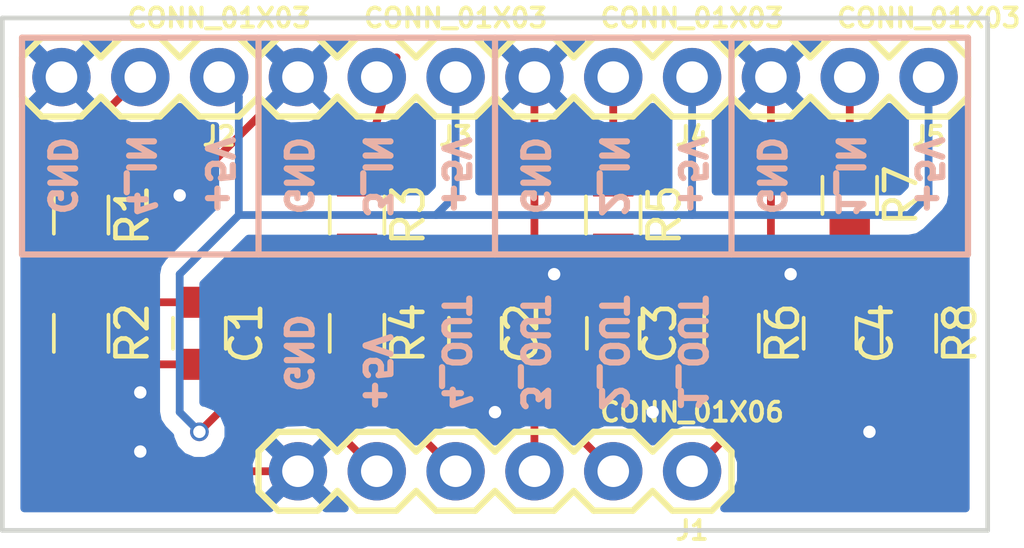
<source format=kicad_pcb>
(kicad_pcb (version 4) (host pcbnew 4.0.6)

  (general
    (links 32)
    (no_connects 0)
    (area 142.69 99.00478 175.8664 116.95618)
    (thickness 1.6)
    (drawings 36)
    (tracks 90)
    (zones 0)
    (modules 17)
    (nets 11)
  )

  (page A4)
  (layers
    (0 F.Cu signal)
    (31 B.Cu signal)
    (32 B.Adhes user)
    (33 F.Adhes user)
    (34 B.Paste user)
    (35 F.Paste user)
    (36 B.SilkS user)
    (37 F.SilkS user)
    (38 B.Mask user)
    (39 F.Mask user)
    (40 Dwgs.User user)
    (41 Cmts.User user)
    (42 Eco1.User user)
    (43 Eco2.User user)
    (44 Edge.Cuts user)
    (45 Margin user)
    (46 B.CrtYd user)
    (47 F.CrtYd user)
    (48 B.Fab user)
    (49 F.Fab user)
  )

  (setup
    (last_trace_width 0.25)
    (trace_clearance 0.2)
    (zone_clearance 0.508)
    (zone_45_only no)
    (trace_min 0.2)
    (segment_width 0.2)
    (edge_width 0.15)
    (via_size 0.6)
    (via_drill 0.4)
    (via_min_size 0.4)
    (via_min_drill 0.3)
    (uvia_size 0.3)
    (uvia_drill 0.1)
    (uvias_allowed no)
    (uvia_min_size 0.2)
    (uvia_min_drill 0.1)
    (pcb_text_width 0.3)
    (pcb_text_size 1.5 1.5)
    (mod_edge_width 0.15)
    (mod_text_size 1 1)
    (mod_text_width 0.15)
    (pad_size 1.524 1.524)
    (pad_drill 0.762)
    (pad_to_mask_clearance 0.2)
    (aux_axis_origin 0 0)
    (visible_elements FFFFFF7F)
    (pcbplotparams
      (layerselection 0x010f0_80000001)
      (usegerberextensions true)
      (excludeedgelayer true)
      (linewidth 0.100000)
      (plotframeref false)
      (viasonmask false)
      (mode 1)
      (useauxorigin false)
      (hpglpennumber 1)
      (hpglpenspeed 20)
      (hpglpendiameter 15)
      (hpglpenoverlay 2)
      (psnegative false)
      (psa4output false)
      (plotreference true)
      (plotvalue true)
      (plotinvisibletext false)
      (padsonsilk false)
      (subtractmaskfromsilk false)
      (outputformat 1)
      (mirror false)
      (drillshape 0)
      (scaleselection 1)
      (outputdirectory ""))
  )

  (net 0 "")
  (net 1 "Net-(C1-Pad1)")
  (net 2 GND)
  (net 3 "Net-(C2-Pad1)")
  (net 4 "Net-(C3-Pad1)")
  (net 5 "Net-(C4-Pad1)")
  (net 6 +5V)
  (net 7 "Net-(J2-Pad2)")
  (net 8 "Net-(J3-Pad2)")
  (net 9 "Net-(J4-Pad2)")
  (net 10 "Net-(J5-Pad2)")

  (net_class Default "This is the default net class."
    (clearance 0.2)
    (trace_width 0.25)
    (via_dia 0.6)
    (via_drill 0.4)
    (uvia_dia 0.3)
    (uvia_drill 0.1)
    (add_net +5V)
    (add_net GND)
    (add_net "Net-(C1-Pad1)")
    (add_net "Net-(C2-Pad1)")
    (add_net "Net-(C3-Pad1)")
    (add_net "Net-(C4-Pad1)")
    (add_net "Net-(J2-Pad2)")
    (add_net "Net-(J3-Pad2)")
    (add_net "Net-(J4-Pad2)")
    (add_net "Net-(J5-Pad2)")
  )

  (module Capacitors_SMD:C_0805 (layer F.Cu) (tedit 58AA8463) (tstamp 5A3A920F)
    (at 149.225 109.855 270)
    (descr "Capacitor SMD 0805, reflow soldering, AVX (see smccp.pdf)")
    (tags "capacitor 0805")
    (path /5A3A85D9)
    (attr smd)
    (fp_text reference C1 (at 0 -1.5 270) (layer F.SilkS)
      (effects (font (size 1 1) (thickness 0.15)))
    )
    (fp_text value C (at 0 1.75 270) (layer F.Fab)
      (effects (font (size 1 1) (thickness 0.15)))
    )
    (fp_text user %R (at 0 -1.5 270) (layer F.Fab)
      (effects (font (size 1 1) (thickness 0.15)))
    )
    (fp_line (start -1 0.62) (end -1 -0.62) (layer F.Fab) (width 0.1))
    (fp_line (start 1 0.62) (end -1 0.62) (layer F.Fab) (width 0.1))
    (fp_line (start 1 -0.62) (end 1 0.62) (layer F.Fab) (width 0.1))
    (fp_line (start -1 -0.62) (end 1 -0.62) (layer F.Fab) (width 0.1))
    (fp_line (start 0.5 -0.85) (end -0.5 -0.85) (layer F.SilkS) (width 0.12))
    (fp_line (start -0.5 0.85) (end 0.5 0.85) (layer F.SilkS) (width 0.12))
    (fp_line (start -1.75 -0.88) (end 1.75 -0.88) (layer F.CrtYd) (width 0.05))
    (fp_line (start -1.75 -0.88) (end -1.75 0.87) (layer F.CrtYd) (width 0.05))
    (fp_line (start 1.75 0.87) (end 1.75 -0.88) (layer F.CrtYd) (width 0.05))
    (fp_line (start 1.75 0.87) (end -1.75 0.87) (layer F.CrtYd) (width 0.05))
    (pad 1 smd rect (at -1 0 270) (size 1 1.25) (layers F.Cu F.Paste F.Mask)
      (net 1 "Net-(C1-Pad1)"))
    (pad 2 smd rect (at 1 0 270) (size 1 1.25) (layers F.Cu F.Paste F.Mask)
      (net 2 GND))
    (model Capacitors_SMD.3dshapes/C_0805.wrl
      (at (xyz 0 0 0))
      (scale (xyz 1 1 1))
      (rotate (xyz 0 0 0))
    )
  )

  (module Capacitors_SMD:C_0805 (layer F.Cu) (tedit 58AA8463) (tstamp 5A3A9215)
    (at 158.115 109.855 270)
    (descr "Capacitor SMD 0805, reflow soldering, AVX (see smccp.pdf)")
    (tags "capacitor 0805")
    (path /5A3A8D6F)
    (attr smd)
    (fp_text reference C2 (at 0 -1.5 270) (layer F.SilkS)
      (effects (font (size 1 1) (thickness 0.15)))
    )
    (fp_text value C (at 0 1.75 270) (layer F.Fab)
      (effects (font (size 1 1) (thickness 0.15)))
    )
    (fp_text user %R (at 0 -1.5 270) (layer F.Fab)
      (effects (font (size 1 1) (thickness 0.15)))
    )
    (fp_line (start -1 0.62) (end -1 -0.62) (layer F.Fab) (width 0.1))
    (fp_line (start 1 0.62) (end -1 0.62) (layer F.Fab) (width 0.1))
    (fp_line (start 1 -0.62) (end 1 0.62) (layer F.Fab) (width 0.1))
    (fp_line (start -1 -0.62) (end 1 -0.62) (layer F.Fab) (width 0.1))
    (fp_line (start 0.5 -0.85) (end -0.5 -0.85) (layer F.SilkS) (width 0.12))
    (fp_line (start -0.5 0.85) (end 0.5 0.85) (layer F.SilkS) (width 0.12))
    (fp_line (start -1.75 -0.88) (end 1.75 -0.88) (layer F.CrtYd) (width 0.05))
    (fp_line (start -1.75 -0.88) (end -1.75 0.87) (layer F.CrtYd) (width 0.05))
    (fp_line (start 1.75 0.87) (end 1.75 -0.88) (layer F.CrtYd) (width 0.05))
    (fp_line (start 1.75 0.87) (end -1.75 0.87) (layer F.CrtYd) (width 0.05))
    (pad 1 smd rect (at -1 0 270) (size 1 1.25) (layers F.Cu F.Paste F.Mask)
      (net 3 "Net-(C2-Pad1)"))
    (pad 2 smd rect (at 1 0 270) (size 1 1.25) (layers F.Cu F.Paste F.Mask)
      (net 2 GND))
    (model Capacitors_SMD.3dshapes/C_0805.wrl
      (at (xyz 0 0 0))
      (scale (xyz 1 1 1))
      (rotate (xyz 0 0 0))
    )
  )

  (module Capacitors_SMD:C_0805 (layer F.Cu) (tedit 58AA8463) (tstamp 5A3A921B)
    (at 162.56 109.855 270)
    (descr "Capacitor SMD 0805, reflow soldering, AVX (see smccp.pdf)")
    (tags "capacitor 0805")
    (path /5A3A8E74)
    (attr smd)
    (fp_text reference C3 (at 0 -1.5 270) (layer F.SilkS)
      (effects (font (size 1 1) (thickness 0.15)))
    )
    (fp_text value C (at 0 1.75 270) (layer F.Fab)
      (effects (font (size 1 1) (thickness 0.15)))
    )
    (fp_text user %R (at 0 -1.5 270) (layer F.Fab)
      (effects (font (size 1 1) (thickness 0.15)))
    )
    (fp_line (start -1 0.62) (end -1 -0.62) (layer F.Fab) (width 0.1))
    (fp_line (start 1 0.62) (end -1 0.62) (layer F.Fab) (width 0.1))
    (fp_line (start 1 -0.62) (end 1 0.62) (layer F.Fab) (width 0.1))
    (fp_line (start -1 -0.62) (end 1 -0.62) (layer F.Fab) (width 0.1))
    (fp_line (start 0.5 -0.85) (end -0.5 -0.85) (layer F.SilkS) (width 0.12))
    (fp_line (start -0.5 0.85) (end 0.5 0.85) (layer F.SilkS) (width 0.12))
    (fp_line (start -1.75 -0.88) (end 1.75 -0.88) (layer F.CrtYd) (width 0.05))
    (fp_line (start -1.75 -0.88) (end -1.75 0.87) (layer F.CrtYd) (width 0.05))
    (fp_line (start 1.75 0.87) (end 1.75 -0.88) (layer F.CrtYd) (width 0.05))
    (fp_line (start 1.75 0.87) (end -1.75 0.87) (layer F.CrtYd) (width 0.05))
    (pad 1 smd rect (at -1 0 270) (size 1 1.25) (layers F.Cu F.Paste F.Mask)
      (net 4 "Net-(C3-Pad1)"))
    (pad 2 smd rect (at 1 0 270) (size 1 1.25) (layers F.Cu F.Paste F.Mask)
      (net 2 GND))
    (model Capacitors_SMD.3dshapes/C_0805.wrl
      (at (xyz 0 0 0))
      (scale (xyz 1 1 1))
      (rotate (xyz 0 0 0))
    )
  )

  (module Capacitors_SMD:C_0805 (layer F.Cu) (tedit 58AA8463) (tstamp 5A3A9221)
    (at 169.545 109.855 270)
    (descr "Capacitor SMD 0805, reflow soldering, AVX (see smccp.pdf)")
    (tags "capacitor 0805")
    (path /5A3A8F49)
    (attr smd)
    (fp_text reference C4 (at 0 -1.5 270) (layer F.SilkS)
      (effects (font (size 1 1) (thickness 0.15)))
    )
    (fp_text value C (at 0 1.75 270) (layer F.Fab)
      (effects (font (size 1 1) (thickness 0.15)))
    )
    (fp_text user %R (at 0 -1.5 270) (layer F.Fab)
      (effects (font (size 1 1) (thickness 0.15)))
    )
    (fp_line (start -1 0.62) (end -1 -0.62) (layer F.Fab) (width 0.1))
    (fp_line (start 1 0.62) (end -1 0.62) (layer F.Fab) (width 0.1))
    (fp_line (start 1 -0.62) (end 1 0.62) (layer F.Fab) (width 0.1))
    (fp_line (start -1 -0.62) (end 1 -0.62) (layer F.Fab) (width 0.1))
    (fp_line (start 0.5 -0.85) (end -0.5 -0.85) (layer F.SilkS) (width 0.12))
    (fp_line (start -0.5 0.85) (end 0.5 0.85) (layer F.SilkS) (width 0.12))
    (fp_line (start -1.75 -0.88) (end 1.75 -0.88) (layer F.CrtYd) (width 0.05))
    (fp_line (start -1.75 -0.88) (end -1.75 0.87) (layer F.CrtYd) (width 0.05))
    (fp_line (start 1.75 0.87) (end 1.75 -0.88) (layer F.CrtYd) (width 0.05))
    (fp_line (start 1.75 0.87) (end -1.75 0.87) (layer F.CrtYd) (width 0.05))
    (pad 1 smd rect (at -1 0 270) (size 1 1.25) (layers F.Cu F.Paste F.Mask)
      (net 5 "Net-(C4-Pad1)"))
    (pad 2 smd rect (at 1 0 270) (size 1 1.25) (layers F.Cu F.Paste F.Mask)
      (net 2 GND))
    (model Capacitors_SMD.3dshapes/C_0805.wrl
      (at (xyz 0 0 0))
      (scale (xyz 1 1 1))
      (rotate (xyz 0 0 0))
    )
  )

  (module Connectors:1X06 (layer F.Cu) (tedit 5963D43D) (tstamp 5A3A922B)
    (at 165.1 114.3 180)
    (descr "PLATED THROUGH HOLE - 6 PIN")
    (tags "PLATED THROUGH HOLE - 6 PIN")
    (path /5A3A86F9)
    (attr virtual)
    (fp_text reference J1 (at 0 -1.905 180) (layer F.SilkS)
      (effects (font (size 0.6096 0.6096) (thickness 0.127)))
    )
    (fp_text value CONN_01X06 (at 0 1.905 180) (layer F.SilkS)
      (effects (font (size 0.6096 0.6096) (thickness 0.127)))
    )
    (fp_line (start 11.43 -0.635) (end 12.065 -1.27) (layer F.SilkS) (width 0.2032))
    (fp_line (start 12.065 -1.27) (end 13.335 -1.27) (layer F.SilkS) (width 0.2032))
    (fp_line (start 13.335 -1.27) (end 13.97 -0.635) (layer F.SilkS) (width 0.2032))
    (fp_line (start 13.97 0.635) (end 13.335 1.27) (layer F.SilkS) (width 0.2032))
    (fp_line (start 13.335 1.27) (end 12.065 1.27) (layer F.SilkS) (width 0.2032))
    (fp_line (start 12.065 1.27) (end 11.43 0.635) (layer F.SilkS) (width 0.2032))
    (fp_line (start 6.985 -1.27) (end 8.255 -1.27) (layer F.SilkS) (width 0.2032))
    (fp_line (start 8.255 -1.27) (end 8.89 -0.635) (layer F.SilkS) (width 0.2032))
    (fp_line (start 8.89 0.635) (end 8.255 1.27) (layer F.SilkS) (width 0.2032))
    (fp_line (start 8.89 -0.635) (end 9.525 -1.27) (layer F.SilkS) (width 0.2032))
    (fp_line (start 9.525 -1.27) (end 10.795 -1.27) (layer F.SilkS) (width 0.2032))
    (fp_line (start 10.795 -1.27) (end 11.43 -0.635) (layer F.SilkS) (width 0.2032))
    (fp_line (start 11.43 0.635) (end 10.795 1.27) (layer F.SilkS) (width 0.2032))
    (fp_line (start 10.795 1.27) (end 9.525 1.27) (layer F.SilkS) (width 0.2032))
    (fp_line (start 9.525 1.27) (end 8.89 0.635) (layer F.SilkS) (width 0.2032))
    (fp_line (start 3.81 -0.635) (end 4.445 -1.27) (layer F.SilkS) (width 0.2032))
    (fp_line (start 4.445 -1.27) (end 5.715 -1.27) (layer F.SilkS) (width 0.2032))
    (fp_line (start 5.715 -1.27) (end 6.35 -0.635) (layer F.SilkS) (width 0.2032))
    (fp_line (start 6.35 0.635) (end 5.715 1.27) (layer F.SilkS) (width 0.2032))
    (fp_line (start 5.715 1.27) (end 4.445 1.27) (layer F.SilkS) (width 0.2032))
    (fp_line (start 4.445 1.27) (end 3.81 0.635) (layer F.SilkS) (width 0.2032))
    (fp_line (start 6.985 -1.27) (end 6.35 -0.635) (layer F.SilkS) (width 0.2032))
    (fp_line (start 6.35 0.635) (end 6.985 1.27) (layer F.SilkS) (width 0.2032))
    (fp_line (start 8.255 1.27) (end 6.985 1.27) (layer F.SilkS) (width 0.2032))
    (fp_line (start -0.635 -1.27) (end 0.635 -1.27) (layer F.SilkS) (width 0.2032))
    (fp_line (start 0.635 -1.27) (end 1.27 -0.635) (layer F.SilkS) (width 0.2032))
    (fp_line (start 1.27 0.635) (end 0.635 1.27) (layer F.SilkS) (width 0.2032))
    (fp_line (start 1.27 -0.635) (end 1.905 -1.27) (layer F.SilkS) (width 0.2032))
    (fp_line (start 1.905 -1.27) (end 3.175 -1.27) (layer F.SilkS) (width 0.2032))
    (fp_line (start 3.175 -1.27) (end 3.81 -0.635) (layer F.SilkS) (width 0.2032))
    (fp_line (start 3.81 0.635) (end 3.175 1.27) (layer F.SilkS) (width 0.2032))
    (fp_line (start 3.175 1.27) (end 1.905 1.27) (layer F.SilkS) (width 0.2032))
    (fp_line (start 1.905 1.27) (end 1.27 0.635) (layer F.SilkS) (width 0.2032))
    (fp_line (start -1.27 -0.635) (end -1.27 0.635) (layer F.SilkS) (width 0.2032))
    (fp_line (start -0.635 -1.27) (end -1.27 -0.635) (layer F.SilkS) (width 0.2032))
    (fp_line (start -1.27 0.635) (end -0.635 1.27) (layer F.SilkS) (width 0.2032))
    (fp_line (start 0.635 1.27) (end -0.635 1.27) (layer F.SilkS) (width 0.2032))
    (fp_line (start 13.97 -0.635) (end 13.97 0.635) (layer F.SilkS) (width 0.2032))
    (pad 1 thru_hole circle (at 0 0 180) (size 1.8796 1.8796) (drill 1.016) (layers *.Cu *.Mask)
      (net 5 "Net-(C4-Pad1)") (solder_mask_margin 0.1016))
    (pad 2 thru_hole circle (at 2.54 0 180) (size 1.8796 1.8796) (drill 1.016) (layers *.Cu *.Mask)
      (net 4 "Net-(C3-Pad1)") (solder_mask_margin 0.1016))
    (pad 3 thru_hole circle (at 5.08 0 180) (size 1.8796 1.8796) (drill 1.016) (layers *.Cu *.Mask)
      (net 3 "Net-(C2-Pad1)") (solder_mask_margin 0.1016))
    (pad 4 thru_hole circle (at 7.62 0 180) (size 1.8796 1.8796) (drill 1.016) (layers *.Cu *.Mask)
      (net 1 "Net-(C1-Pad1)") (solder_mask_margin 0.1016))
    (pad 5 thru_hole circle (at 10.16 0 180) (size 1.8796 1.8796) (drill 1.016) (layers *.Cu *.Mask)
      (net 6 +5V) (solder_mask_margin 0.1016))
    (pad 6 thru_hole circle (at 12.7 0 180) (size 1.8796 1.8796) (drill 1.016) (layers *.Cu *.Mask)
      (net 2 GND) (solder_mask_margin 0.1016))
  )

  (module Connectors:1X03 (layer F.Cu) (tedit 200000) (tstamp 5A3A9232)
    (at 149.86 101.6 180)
    (descr "PLATED THROUGH HOLE - 3 PIN")
    (tags "PLATED THROUGH HOLE - 3 PIN")
    (path /5A3A8846)
    (attr virtual)
    (fp_text reference J2 (at 0 -1.905 180) (layer F.SilkS)
      (effects (font (size 0.6096 0.6096) (thickness 0.127)))
    )
    (fp_text value CONN_01X03 (at 0 1.905 180) (layer F.SilkS)
      (effects (font (size 0.6096 0.6096) (thickness 0.127)))
    )
    (fp_line (start 4.826 0.254) (end 5.334 0.254) (layer Dwgs.User) (width 0.06604))
    (fp_line (start 5.334 0.254) (end 5.334 -0.254) (layer Dwgs.User) (width 0.06604))
    (fp_line (start 4.826 -0.254) (end 5.334 -0.254) (layer Dwgs.User) (width 0.06604))
    (fp_line (start 4.826 0.254) (end 4.826 -0.254) (layer Dwgs.User) (width 0.06604))
    (fp_line (start 2.286 0.254) (end 2.794 0.254) (layer Dwgs.User) (width 0.06604))
    (fp_line (start 2.794 0.254) (end 2.794 -0.254) (layer Dwgs.User) (width 0.06604))
    (fp_line (start 2.286 -0.254) (end 2.794 -0.254) (layer Dwgs.User) (width 0.06604))
    (fp_line (start 2.286 0.254) (end 2.286 -0.254) (layer Dwgs.User) (width 0.06604))
    (fp_line (start -0.254 0.254) (end 0.254 0.254) (layer Dwgs.User) (width 0.06604))
    (fp_line (start 0.254 0.254) (end 0.254 -0.254) (layer Dwgs.User) (width 0.06604))
    (fp_line (start -0.254 -0.254) (end 0.254 -0.254) (layer Dwgs.User) (width 0.06604))
    (fp_line (start -0.254 0.254) (end -0.254 -0.254) (layer Dwgs.User) (width 0.06604))
    (fp_line (start 3.81 -0.635) (end 4.445 -1.27) (layer F.SilkS) (width 0.2032))
    (fp_line (start 4.445 -1.27) (end 5.715 -1.27) (layer F.SilkS) (width 0.2032))
    (fp_line (start 5.715 -1.27) (end 6.35 -0.635) (layer F.SilkS) (width 0.2032))
    (fp_line (start 6.35 0.635) (end 5.715 1.27) (layer F.SilkS) (width 0.2032))
    (fp_line (start 5.715 1.27) (end 4.445 1.27) (layer F.SilkS) (width 0.2032))
    (fp_line (start 4.445 1.27) (end 3.81 0.635) (layer F.SilkS) (width 0.2032))
    (fp_line (start -0.635 -1.27) (end 0.635 -1.27) (layer F.SilkS) (width 0.2032))
    (fp_line (start 0.635 -1.27) (end 1.27 -0.635) (layer F.SilkS) (width 0.2032))
    (fp_line (start 1.27 0.635) (end 0.635 1.27) (layer F.SilkS) (width 0.2032))
    (fp_line (start 1.27 -0.635) (end 1.905 -1.27) (layer F.SilkS) (width 0.2032))
    (fp_line (start 1.905 -1.27) (end 3.175 -1.27) (layer F.SilkS) (width 0.2032))
    (fp_line (start 3.175 -1.27) (end 3.81 -0.635) (layer F.SilkS) (width 0.2032))
    (fp_line (start 3.81 0.635) (end 3.175 1.27) (layer F.SilkS) (width 0.2032))
    (fp_line (start 3.175 1.27) (end 1.905 1.27) (layer F.SilkS) (width 0.2032))
    (fp_line (start 1.905 1.27) (end 1.27 0.635) (layer F.SilkS) (width 0.2032))
    (fp_line (start -1.27 -0.635) (end -1.27 0.635) (layer F.SilkS) (width 0.2032))
    (fp_line (start -0.635 -1.27) (end -1.27 -0.635) (layer F.SilkS) (width 0.2032))
    (fp_line (start -1.27 0.635) (end -0.635 1.27) (layer F.SilkS) (width 0.2032))
    (fp_line (start 0.635 1.27) (end -0.635 1.27) (layer F.SilkS) (width 0.2032))
    (fp_line (start 6.35 -0.635) (end 6.35 0.635) (layer F.SilkS) (width 0.2032))
    (pad 1 thru_hole circle (at 0 0 180) (size 1.8796 1.8796) (drill 1.016) (layers *.Cu *.Mask)
      (net 6 +5V) (solder_mask_margin 0.1016))
    (pad 2 thru_hole circle (at 2.54 0 180) (size 1.8796 1.8796) (drill 1.016) (layers *.Cu *.Mask)
      (net 7 "Net-(J2-Pad2)") (solder_mask_margin 0.1016))
    (pad 3 thru_hole circle (at 5.08 0 180) (size 1.8796 1.8796) (drill 1.016) (layers *.Cu *.Mask)
      (net 2 GND) (solder_mask_margin 0.1016))
  )

  (module Connectors:1X03 (layer F.Cu) (tedit 200000) (tstamp 5A3A9239)
    (at 157.48 101.6 180)
    (descr "PLATED THROUGH HOLE - 3 PIN")
    (tags "PLATED THROUGH HOLE - 3 PIN")
    (path /5A3A8D93)
    (attr virtual)
    (fp_text reference J3 (at 0 -1.905 180) (layer F.SilkS)
      (effects (font (size 0.6096 0.6096) (thickness 0.127)))
    )
    (fp_text value CONN_01X03 (at 0 1.905 180) (layer F.SilkS)
      (effects (font (size 0.6096 0.6096) (thickness 0.127)))
    )
    (fp_line (start 4.826 0.254) (end 5.334 0.254) (layer Dwgs.User) (width 0.06604))
    (fp_line (start 5.334 0.254) (end 5.334 -0.254) (layer Dwgs.User) (width 0.06604))
    (fp_line (start 4.826 -0.254) (end 5.334 -0.254) (layer Dwgs.User) (width 0.06604))
    (fp_line (start 4.826 0.254) (end 4.826 -0.254) (layer Dwgs.User) (width 0.06604))
    (fp_line (start 2.286 0.254) (end 2.794 0.254) (layer Dwgs.User) (width 0.06604))
    (fp_line (start 2.794 0.254) (end 2.794 -0.254) (layer Dwgs.User) (width 0.06604))
    (fp_line (start 2.286 -0.254) (end 2.794 -0.254) (layer Dwgs.User) (width 0.06604))
    (fp_line (start 2.286 0.254) (end 2.286 -0.254) (layer Dwgs.User) (width 0.06604))
    (fp_line (start -0.254 0.254) (end 0.254 0.254) (layer Dwgs.User) (width 0.06604))
    (fp_line (start 0.254 0.254) (end 0.254 -0.254) (layer Dwgs.User) (width 0.06604))
    (fp_line (start -0.254 -0.254) (end 0.254 -0.254) (layer Dwgs.User) (width 0.06604))
    (fp_line (start -0.254 0.254) (end -0.254 -0.254) (layer Dwgs.User) (width 0.06604))
    (fp_line (start 3.81 -0.635) (end 4.445 -1.27) (layer F.SilkS) (width 0.2032))
    (fp_line (start 4.445 -1.27) (end 5.715 -1.27) (layer F.SilkS) (width 0.2032))
    (fp_line (start 5.715 -1.27) (end 6.35 -0.635) (layer F.SilkS) (width 0.2032))
    (fp_line (start 6.35 0.635) (end 5.715 1.27) (layer F.SilkS) (width 0.2032))
    (fp_line (start 5.715 1.27) (end 4.445 1.27) (layer F.SilkS) (width 0.2032))
    (fp_line (start 4.445 1.27) (end 3.81 0.635) (layer F.SilkS) (width 0.2032))
    (fp_line (start -0.635 -1.27) (end 0.635 -1.27) (layer F.SilkS) (width 0.2032))
    (fp_line (start 0.635 -1.27) (end 1.27 -0.635) (layer F.SilkS) (width 0.2032))
    (fp_line (start 1.27 0.635) (end 0.635 1.27) (layer F.SilkS) (width 0.2032))
    (fp_line (start 1.27 -0.635) (end 1.905 -1.27) (layer F.SilkS) (width 0.2032))
    (fp_line (start 1.905 -1.27) (end 3.175 -1.27) (layer F.SilkS) (width 0.2032))
    (fp_line (start 3.175 -1.27) (end 3.81 -0.635) (layer F.SilkS) (width 0.2032))
    (fp_line (start 3.81 0.635) (end 3.175 1.27) (layer F.SilkS) (width 0.2032))
    (fp_line (start 3.175 1.27) (end 1.905 1.27) (layer F.SilkS) (width 0.2032))
    (fp_line (start 1.905 1.27) (end 1.27 0.635) (layer F.SilkS) (width 0.2032))
    (fp_line (start -1.27 -0.635) (end -1.27 0.635) (layer F.SilkS) (width 0.2032))
    (fp_line (start -0.635 -1.27) (end -1.27 -0.635) (layer F.SilkS) (width 0.2032))
    (fp_line (start -1.27 0.635) (end -0.635 1.27) (layer F.SilkS) (width 0.2032))
    (fp_line (start 0.635 1.27) (end -0.635 1.27) (layer F.SilkS) (width 0.2032))
    (fp_line (start 6.35 -0.635) (end 6.35 0.635) (layer F.SilkS) (width 0.2032))
    (pad 1 thru_hole circle (at 0 0 180) (size 1.8796 1.8796) (drill 1.016) (layers *.Cu *.Mask)
      (net 6 +5V) (solder_mask_margin 0.1016))
    (pad 2 thru_hole circle (at 2.54 0 180) (size 1.8796 1.8796) (drill 1.016) (layers *.Cu *.Mask)
      (net 8 "Net-(J3-Pad2)") (solder_mask_margin 0.1016))
    (pad 3 thru_hole circle (at 5.08 0 180) (size 1.8796 1.8796) (drill 1.016) (layers *.Cu *.Mask)
      (net 2 GND) (solder_mask_margin 0.1016))
  )

  (module Connectors:1X03 (layer F.Cu) (tedit 200000) (tstamp 5A3A9240)
    (at 165.1 101.6 180)
    (descr "PLATED THROUGH HOLE - 3 PIN")
    (tags "PLATED THROUGH HOLE - 3 PIN")
    (path /5A3A8E98)
    (attr virtual)
    (fp_text reference J4 (at 0 -1.905 180) (layer F.SilkS)
      (effects (font (size 0.6096 0.6096) (thickness 0.127)))
    )
    (fp_text value CONN_01X03 (at 0 1.905 180) (layer F.SilkS)
      (effects (font (size 0.6096 0.6096) (thickness 0.127)))
    )
    (fp_line (start 4.826 0.254) (end 5.334 0.254) (layer Dwgs.User) (width 0.06604))
    (fp_line (start 5.334 0.254) (end 5.334 -0.254) (layer Dwgs.User) (width 0.06604))
    (fp_line (start 4.826 -0.254) (end 5.334 -0.254) (layer Dwgs.User) (width 0.06604))
    (fp_line (start 4.826 0.254) (end 4.826 -0.254) (layer Dwgs.User) (width 0.06604))
    (fp_line (start 2.286 0.254) (end 2.794 0.254) (layer Dwgs.User) (width 0.06604))
    (fp_line (start 2.794 0.254) (end 2.794 -0.254) (layer Dwgs.User) (width 0.06604))
    (fp_line (start 2.286 -0.254) (end 2.794 -0.254) (layer Dwgs.User) (width 0.06604))
    (fp_line (start 2.286 0.254) (end 2.286 -0.254) (layer Dwgs.User) (width 0.06604))
    (fp_line (start -0.254 0.254) (end 0.254 0.254) (layer Dwgs.User) (width 0.06604))
    (fp_line (start 0.254 0.254) (end 0.254 -0.254) (layer Dwgs.User) (width 0.06604))
    (fp_line (start -0.254 -0.254) (end 0.254 -0.254) (layer Dwgs.User) (width 0.06604))
    (fp_line (start -0.254 0.254) (end -0.254 -0.254) (layer Dwgs.User) (width 0.06604))
    (fp_line (start 3.81 -0.635) (end 4.445 -1.27) (layer F.SilkS) (width 0.2032))
    (fp_line (start 4.445 -1.27) (end 5.715 -1.27) (layer F.SilkS) (width 0.2032))
    (fp_line (start 5.715 -1.27) (end 6.35 -0.635) (layer F.SilkS) (width 0.2032))
    (fp_line (start 6.35 0.635) (end 5.715 1.27) (layer F.SilkS) (width 0.2032))
    (fp_line (start 5.715 1.27) (end 4.445 1.27) (layer F.SilkS) (width 0.2032))
    (fp_line (start 4.445 1.27) (end 3.81 0.635) (layer F.SilkS) (width 0.2032))
    (fp_line (start -0.635 -1.27) (end 0.635 -1.27) (layer F.SilkS) (width 0.2032))
    (fp_line (start 0.635 -1.27) (end 1.27 -0.635) (layer F.SilkS) (width 0.2032))
    (fp_line (start 1.27 0.635) (end 0.635 1.27) (layer F.SilkS) (width 0.2032))
    (fp_line (start 1.27 -0.635) (end 1.905 -1.27) (layer F.SilkS) (width 0.2032))
    (fp_line (start 1.905 -1.27) (end 3.175 -1.27) (layer F.SilkS) (width 0.2032))
    (fp_line (start 3.175 -1.27) (end 3.81 -0.635) (layer F.SilkS) (width 0.2032))
    (fp_line (start 3.81 0.635) (end 3.175 1.27) (layer F.SilkS) (width 0.2032))
    (fp_line (start 3.175 1.27) (end 1.905 1.27) (layer F.SilkS) (width 0.2032))
    (fp_line (start 1.905 1.27) (end 1.27 0.635) (layer F.SilkS) (width 0.2032))
    (fp_line (start -1.27 -0.635) (end -1.27 0.635) (layer F.SilkS) (width 0.2032))
    (fp_line (start -0.635 -1.27) (end -1.27 -0.635) (layer F.SilkS) (width 0.2032))
    (fp_line (start -1.27 0.635) (end -0.635 1.27) (layer F.SilkS) (width 0.2032))
    (fp_line (start 0.635 1.27) (end -0.635 1.27) (layer F.SilkS) (width 0.2032))
    (fp_line (start 6.35 -0.635) (end 6.35 0.635) (layer F.SilkS) (width 0.2032))
    (pad 1 thru_hole circle (at 0 0 180) (size 1.8796 1.8796) (drill 1.016) (layers *.Cu *.Mask)
      (net 6 +5V) (solder_mask_margin 0.1016))
    (pad 2 thru_hole circle (at 2.54 0 180) (size 1.8796 1.8796) (drill 1.016) (layers *.Cu *.Mask)
      (net 9 "Net-(J4-Pad2)") (solder_mask_margin 0.1016))
    (pad 3 thru_hole circle (at 5.08 0 180) (size 1.8796 1.8796) (drill 1.016) (layers *.Cu *.Mask)
      (net 2 GND) (solder_mask_margin 0.1016))
  )

  (module Connectors:1X03 (layer F.Cu) (tedit 200000) (tstamp 5A3A9247)
    (at 172.72 101.6 180)
    (descr "PLATED THROUGH HOLE - 3 PIN")
    (tags "PLATED THROUGH HOLE - 3 PIN")
    (path /5A3A8F6D)
    (attr virtual)
    (fp_text reference J5 (at 0 -1.905 180) (layer F.SilkS)
      (effects (font (size 0.6096 0.6096) (thickness 0.127)))
    )
    (fp_text value CONN_01X03 (at 0 1.905 180) (layer F.SilkS)
      (effects (font (size 0.6096 0.6096) (thickness 0.127)))
    )
    (fp_line (start 4.826 0.254) (end 5.334 0.254) (layer Dwgs.User) (width 0.06604))
    (fp_line (start 5.334 0.254) (end 5.334 -0.254) (layer Dwgs.User) (width 0.06604))
    (fp_line (start 4.826 -0.254) (end 5.334 -0.254) (layer Dwgs.User) (width 0.06604))
    (fp_line (start 4.826 0.254) (end 4.826 -0.254) (layer Dwgs.User) (width 0.06604))
    (fp_line (start 2.286 0.254) (end 2.794 0.254) (layer Dwgs.User) (width 0.06604))
    (fp_line (start 2.794 0.254) (end 2.794 -0.254) (layer Dwgs.User) (width 0.06604))
    (fp_line (start 2.286 -0.254) (end 2.794 -0.254) (layer Dwgs.User) (width 0.06604))
    (fp_line (start 2.286 0.254) (end 2.286 -0.254) (layer Dwgs.User) (width 0.06604))
    (fp_line (start -0.254 0.254) (end 0.254 0.254) (layer Dwgs.User) (width 0.06604))
    (fp_line (start 0.254 0.254) (end 0.254 -0.254) (layer Dwgs.User) (width 0.06604))
    (fp_line (start -0.254 -0.254) (end 0.254 -0.254) (layer Dwgs.User) (width 0.06604))
    (fp_line (start -0.254 0.254) (end -0.254 -0.254) (layer Dwgs.User) (width 0.06604))
    (fp_line (start 3.81 -0.635) (end 4.445 -1.27) (layer F.SilkS) (width 0.2032))
    (fp_line (start 4.445 -1.27) (end 5.715 -1.27) (layer F.SilkS) (width 0.2032))
    (fp_line (start 5.715 -1.27) (end 6.35 -0.635) (layer F.SilkS) (width 0.2032))
    (fp_line (start 6.35 0.635) (end 5.715 1.27) (layer F.SilkS) (width 0.2032))
    (fp_line (start 5.715 1.27) (end 4.445 1.27) (layer F.SilkS) (width 0.2032))
    (fp_line (start 4.445 1.27) (end 3.81 0.635) (layer F.SilkS) (width 0.2032))
    (fp_line (start -0.635 -1.27) (end 0.635 -1.27) (layer F.SilkS) (width 0.2032))
    (fp_line (start 0.635 -1.27) (end 1.27 -0.635) (layer F.SilkS) (width 0.2032))
    (fp_line (start 1.27 0.635) (end 0.635 1.27) (layer F.SilkS) (width 0.2032))
    (fp_line (start 1.27 -0.635) (end 1.905 -1.27) (layer F.SilkS) (width 0.2032))
    (fp_line (start 1.905 -1.27) (end 3.175 -1.27) (layer F.SilkS) (width 0.2032))
    (fp_line (start 3.175 -1.27) (end 3.81 -0.635) (layer F.SilkS) (width 0.2032))
    (fp_line (start 3.81 0.635) (end 3.175 1.27) (layer F.SilkS) (width 0.2032))
    (fp_line (start 3.175 1.27) (end 1.905 1.27) (layer F.SilkS) (width 0.2032))
    (fp_line (start 1.905 1.27) (end 1.27 0.635) (layer F.SilkS) (width 0.2032))
    (fp_line (start -1.27 -0.635) (end -1.27 0.635) (layer F.SilkS) (width 0.2032))
    (fp_line (start -0.635 -1.27) (end -1.27 -0.635) (layer F.SilkS) (width 0.2032))
    (fp_line (start -1.27 0.635) (end -0.635 1.27) (layer F.SilkS) (width 0.2032))
    (fp_line (start 0.635 1.27) (end -0.635 1.27) (layer F.SilkS) (width 0.2032))
    (fp_line (start 6.35 -0.635) (end 6.35 0.635) (layer F.SilkS) (width 0.2032))
    (pad 1 thru_hole circle (at 0 0 180) (size 1.8796 1.8796) (drill 1.016) (layers *.Cu *.Mask)
      (net 6 +5V) (solder_mask_margin 0.1016))
    (pad 2 thru_hole circle (at 2.54 0 180) (size 1.8796 1.8796) (drill 1.016) (layers *.Cu *.Mask)
      (net 10 "Net-(J5-Pad2)") (solder_mask_margin 0.1016))
    (pad 3 thru_hole circle (at 5.08 0 180) (size 1.8796 1.8796) (drill 1.016) (layers *.Cu *.Mask)
      (net 2 GND) (solder_mask_margin 0.1016))
  )

  (module Resistors_SMD:R_0805 (layer F.Cu) (tedit 58E0A804) (tstamp 5A3A924D)
    (at 145.415 106.045 270)
    (descr "Resistor SMD 0805, reflow soldering, Vishay (see dcrcw.pdf)")
    (tags "resistor 0805")
    (path /5A3A8603)
    (attr smd)
    (fp_text reference R1 (at 0 -1.65 270) (layer F.SilkS)
      (effects (font (size 1 1) (thickness 0.15)))
    )
    (fp_text value 1K (at 0 1.75 270) (layer F.Fab)
      (effects (font (size 1 1) (thickness 0.15)))
    )
    (fp_text user %R (at 0 0 270) (layer F.Fab)
      (effects (font (size 0.5 0.5) (thickness 0.075)))
    )
    (fp_line (start -1 0.62) (end -1 -0.62) (layer F.Fab) (width 0.1))
    (fp_line (start 1 0.62) (end -1 0.62) (layer F.Fab) (width 0.1))
    (fp_line (start 1 -0.62) (end 1 0.62) (layer F.Fab) (width 0.1))
    (fp_line (start -1 -0.62) (end 1 -0.62) (layer F.Fab) (width 0.1))
    (fp_line (start 0.6 0.88) (end -0.6 0.88) (layer F.SilkS) (width 0.12))
    (fp_line (start -0.6 -0.88) (end 0.6 -0.88) (layer F.SilkS) (width 0.12))
    (fp_line (start -1.55 -0.9) (end 1.55 -0.9) (layer F.CrtYd) (width 0.05))
    (fp_line (start -1.55 -0.9) (end -1.55 0.9) (layer F.CrtYd) (width 0.05))
    (fp_line (start 1.55 0.9) (end 1.55 -0.9) (layer F.CrtYd) (width 0.05))
    (fp_line (start 1.55 0.9) (end -1.55 0.9) (layer F.CrtYd) (width 0.05))
    (pad 1 smd rect (at -0.95 0 270) (size 0.7 1.3) (layers F.Cu F.Paste F.Mask)
      (net 7 "Net-(J2-Pad2)"))
    (pad 2 smd rect (at 0.95 0 270) (size 0.7 1.3) (layers F.Cu F.Paste F.Mask)
      (net 1 "Net-(C1-Pad1)"))
    (model ${KISYS3DMOD}/Resistors_SMD.3dshapes/R_0805.wrl
      (at (xyz 0 0 0))
      (scale (xyz 1 1 1))
      (rotate (xyz 0 0 0))
    )
  )

  (module Resistors_SMD:R_0805 (layer F.Cu) (tedit 58E0A804) (tstamp 5A3A9253)
    (at 145.415 109.855 270)
    (descr "Resistor SMD 0805, reflow soldering, Vishay (see dcrcw.pdf)")
    (tags "resistor 0805")
    (path /5A3A8657)
    (attr smd)
    (fp_text reference R2 (at 0 -1.65 270) (layer F.SilkS)
      (effects (font (size 1 1) (thickness 0.15)))
    )
    (fp_text value 2K (at 0 1.75 270) (layer F.Fab)
      (effects (font (size 1 1) (thickness 0.15)))
    )
    (fp_text user %R (at 0 0 270) (layer F.Fab)
      (effects (font (size 0.5 0.5) (thickness 0.075)))
    )
    (fp_line (start -1 0.62) (end -1 -0.62) (layer F.Fab) (width 0.1))
    (fp_line (start 1 0.62) (end -1 0.62) (layer F.Fab) (width 0.1))
    (fp_line (start 1 -0.62) (end 1 0.62) (layer F.Fab) (width 0.1))
    (fp_line (start -1 -0.62) (end 1 -0.62) (layer F.Fab) (width 0.1))
    (fp_line (start 0.6 0.88) (end -0.6 0.88) (layer F.SilkS) (width 0.12))
    (fp_line (start -0.6 -0.88) (end 0.6 -0.88) (layer F.SilkS) (width 0.12))
    (fp_line (start -1.55 -0.9) (end 1.55 -0.9) (layer F.CrtYd) (width 0.05))
    (fp_line (start -1.55 -0.9) (end -1.55 0.9) (layer F.CrtYd) (width 0.05))
    (fp_line (start 1.55 0.9) (end 1.55 -0.9) (layer F.CrtYd) (width 0.05))
    (fp_line (start 1.55 0.9) (end -1.55 0.9) (layer F.CrtYd) (width 0.05))
    (pad 1 smd rect (at -0.95 0 270) (size 0.7 1.3) (layers F.Cu F.Paste F.Mask)
      (net 1 "Net-(C1-Pad1)"))
    (pad 2 smd rect (at 0.95 0 270) (size 0.7 1.3) (layers F.Cu F.Paste F.Mask)
      (net 2 GND))
    (model ${KISYS3DMOD}/Resistors_SMD.3dshapes/R_0805.wrl
      (at (xyz 0 0 0))
      (scale (xyz 1 1 1))
      (rotate (xyz 0 0 0))
    )
  )

  (module Resistors_SMD:R_0805 (layer F.Cu) (tedit 58E0A804) (tstamp 5A3A9259)
    (at 154.305 106.045 270)
    (descr "Resistor SMD 0805, reflow soldering, Vishay (see dcrcw.pdf)")
    (tags "resistor 0805")
    (path /5A3A8D75)
    (attr smd)
    (fp_text reference R3 (at 0 -1.65 270) (layer F.SilkS)
      (effects (font (size 1 1) (thickness 0.15)))
    )
    (fp_text value 1K (at 0 1.75 270) (layer F.Fab)
      (effects (font (size 1 1) (thickness 0.15)))
    )
    (fp_text user %R (at 0 0 270) (layer F.Fab)
      (effects (font (size 0.5 0.5) (thickness 0.075)))
    )
    (fp_line (start -1 0.62) (end -1 -0.62) (layer F.Fab) (width 0.1))
    (fp_line (start 1 0.62) (end -1 0.62) (layer F.Fab) (width 0.1))
    (fp_line (start 1 -0.62) (end 1 0.62) (layer F.Fab) (width 0.1))
    (fp_line (start -1 -0.62) (end 1 -0.62) (layer F.Fab) (width 0.1))
    (fp_line (start 0.6 0.88) (end -0.6 0.88) (layer F.SilkS) (width 0.12))
    (fp_line (start -0.6 -0.88) (end 0.6 -0.88) (layer F.SilkS) (width 0.12))
    (fp_line (start -1.55 -0.9) (end 1.55 -0.9) (layer F.CrtYd) (width 0.05))
    (fp_line (start -1.55 -0.9) (end -1.55 0.9) (layer F.CrtYd) (width 0.05))
    (fp_line (start 1.55 0.9) (end 1.55 -0.9) (layer F.CrtYd) (width 0.05))
    (fp_line (start 1.55 0.9) (end -1.55 0.9) (layer F.CrtYd) (width 0.05))
    (pad 1 smd rect (at -0.95 0 270) (size 0.7 1.3) (layers F.Cu F.Paste F.Mask)
      (net 8 "Net-(J3-Pad2)"))
    (pad 2 smd rect (at 0.95 0 270) (size 0.7 1.3) (layers F.Cu F.Paste F.Mask)
      (net 3 "Net-(C2-Pad1)"))
    (model ${KISYS3DMOD}/Resistors_SMD.3dshapes/R_0805.wrl
      (at (xyz 0 0 0))
      (scale (xyz 1 1 1))
      (rotate (xyz 0 0 0))
    )
  )

  (module Resistors_SMD:R_0805 (layer F.Cu) (tedit 58E0A804) (tstamp 5A3A925F)
    (at 154.305 109.855 270)
    (descr "Resistor SMD 0805, reflow soldering, Vishay (see dcrcw.pdf)")
    (tags "resistor 0805")
    (path /5A3A8D7B)
    (attr smd)
    (fp_text reference R4 (at 0 -1.65 270) (layer F.SilkS)
      (effects (font (size 1 1) (thickness 0.15)))
    )
    (fp_text value 2K (at 0 1.75 270) (layer F.Fab)
      (effects (font (size 1 1) (thickness 0.15)))
    )
    (fp_text user %R (at 0 0 270) (layer F.Fab)
      (effects (font (size 0.5 0.5) (thickness 0.075)))
    )
    (fp_line (start -1 0.62) (end -1 -0.62) (layer F.Fab) (width 0.1))
    (fp_line (start 1 0.62) (end -1 0.62) (layer F.Fab) (width 0.1))
    (fp_line (start 1 -0.62) (end 1 0.62) (layer F.Fab) (width 0.1))
    (fp_line (start -1 -0.62) (end 1 -0.62) (layer F.Fab) (width 0.1))
    (fp_line (start 0.6 0.88) (end -0.6 0.88) (layer F.SilkS) (width 0.12))
    (fp_line (start -0.6 -0.88) (end 0.6 -0.88) (layer F.SilkS) (width 0.12))
    (fp_line (start -1.55 -0.9) (end 1.55 -0.9) (layer F.CrtYd) (width 0.05))
    (fp_line (start -1.55 -0.9) (end -1.55 0.9) (layer F.CrtYd) (width 0.05))
    (fp_line (start 1.55 0.9) (end 1.55 -0.9) (layer F.CrtYd) (width 0.05))
    (fp_line (start 1.55 0.9) (end -1.55 0.9) (layer F.CrtYd) (width 0.05))
    (pad 1 smd rect (at -0.95 0 270) (size 0.7 1.3) (layers F.Cu F.Paste F.Mask)
      (net 3 "Net-(C2-Pad1)"))
    (pad 2 smd rect (at 0.95 0 270) (size 0.7 1.3) (layers F.Cu F.Paste F.Mask)
      (net 2 GND))
    (model ${KISYS3DMOD}/Resistors_SMD.3dshapes/R_0805.wrl
      (at (xyz 0 0 0))
      (scale (xyz 1 1 1))
      (rotate (xyz 0 0 0))
    )
  )

  (module Resistors_SMD:R_0805 (layer F.Cu) (tedit 58E0A804) (tstamp 5A3A9265)
    (at 162.56 106.045 270)
    (descr "Resistor SMD 0805, reflow soldering, Vishay (see dcrcw.pdf)")
    (tags "resistor 0805")
    (path /5A3A8E7A)
    (attr smd)
    (fp_text reference R5 (at 0 -1.65 270) (layer F.SilkS)
      (effects (font (size 1 1) (thickness 0.15)))
    )
    (fp_text value 1K (at 0 1.75 270) (layer F.Fab)
      (effects (font (size 1 1) (thickness 0.15)))
    )
    (fp_text user %R (at 0 0 270) (layer F.Fab)
      (effects (font (size 0.5 0.5) (thickness 0.075)))
    )
    (fp_line (start -1 0.62) (end -1 -0.62) (layer F.Fab) (width 0.1))
    (fp_line (start 1 0.62) (end -1 0.62) (layer F.Fab) (width 0.1))
    (fp_line (start 1 -0.62) (end 1 0.62) (layer F.Fab) (width 0.1))
    (fp_line (start -1 -0.62) (end 1 -0.62) (layer F.Fab) (width 0.1))
    (fp_line (start 0.6 0.88) (end -0.6 0.88) (layer F.SilkS) (width 0.12))
    (fp_line (start -0.6 -0.88) (end 0.6 -0.88) (layer F.SilkS) (width 0.12))
    (fp_line (start -1.55 -0.9) (end 1.55 -0.9) (layer F.CrtYd) (width 0.05))
    (fp_line (start -1.55 -0.9) (end -1.55 0.9) (layer F.CrtYd) (width 0.05))
    (fp_line (start 1.55 0.9) (end 1.55 -0.9) (layer F.CrtYd) (width 0.05))
    (fp_line (start 1.55 0.9) (end -1.55 0.9) (layer F.CrtYd) (width 0.05))
    (pad 1 smd rect (at -0.95 0 270) (size 0.7 1.3) (layers F.Cu F.Paste F.Mask)
      (net 9 "Net-(J4-Pad2)"))
    (pad 2 smd rect (at 0.95 0 270) (size 0.7 1.3) (layers F.Cu F.Paste F.Mask)
      (net 4 "Net-(C3-Pad1)"))
    (model ${KISYS3DMOD}/Resistors_SMD.3dshapes/R_0805.wrl
      (at (xyz 0 0 0))
      (scale (xyz 1 1 1))
      (rotate (xyz 0 0 0))
    )
  )

  (module Resistors_SMD:R_0805 (layer F.Cu) (tedit 58E0A804) (tstamp 5A3A926B)
    (at 166.37 109.855 270)
    (descr "Resistor SMD 0805, reflow soldering, Vishay (see dcrcw.pdf)")
    (tags "resistor 0805")
    (path /5A3A8E80)
    (attr smd)
    (fp_text reference R6 (at 0 -1.65 270) (layer F.SilkS)
      (effects (font (size 1 1) (thickness 0.15)))
    )
    (fp_text value 2K (at 0 1.75 270) (layer F.Fab)
      (effects (font (size 1 1) (thickness 0.15)))
    )
    (fp_text user %R (at 0 0 270) (layer F.Fab)
      (effects (font (size 0.5 0.5) (thickness 0.075)))
    )
    (fp_line (start -1 0.62) (end -1 -0.62) (layer F.Fab) (width 0.1))
    (fp_line (start 1 0.62) (end -1 0.62) (layer F.Fab) (width 0.1))
    (fp_line (start 1 -0.62) (end 1 0.62) (layer F.Fab) (width 0.1))
    (fp_line (start -1 -0.62) (end 1 -0.62) (layer F.Fab) (width 0.1))
    (fp_line (start 0.6 0.88) (end -0.6 0.88) (layer F.SilkS) (width 0.12))
    (fp_line (start -0.6 -0.88) (end 0.6 -0.88) (layer F.SilkS) (width 0.12))
    (fp_line (start -1.55 -0.9) (end 1.55 -0.9) (layer F.CrtYd) (width 0.05))
    (fp_line (start -1.55 -0.9) (end -1.55 0.9) (layer F.CrtYd) (width 0.05))
    (fp_line (start 1.55 0.9) (end 1.55 -0.9) (layer F.CrtYd) (width 0.05))
    (fp_line (start 1.55 0.9) (end -1.55 0.9) (layer F.CrtYd) (width 0.05))
    (pad 1 smd rect (at -0.95 0 270) (size 0.7 1.3) (layers F.Cu F.Paste F.Mask)
      (net 4 "Net-(C3-Pad1)"))
    (pad 2 smd rect (at 0.95 0 270) (size 0.7 1.3) (layers F.Cu F.Paste F.Mask)
      (net 2 GND))
    (model ${KISYS3DMOD}/Resistors_SMD.3dshapes/R_0805.wrl
      (at (xyz 0 0 0))
      (scale (xyz 1 1 1))
      (rotate (xyz 0 0 0))
    )
  )

  (module Resistors_SMD:R_0805 (layer F.Cu) (tedit 58E0A804) (tstamp 5A3A9271)
    (at 170.18 105.41 270)
    (descr "Resistor SMD 0805, reflow soldering, Vishay (see dcrcw.pdf)")
    (tags "resistor 0805")
    (path /5A3A8F4F)
    (attr smd)
    (fp_text reference R7 (at 0 -1.65 270) (layer F.SilkS)
      (effects (font (size 1 1) (thickness 0.15)))
    )
    (fp_text value 1K (at 0 1.75 270) (layer F.Fab)
      (effects (font (size 1 1) (thickness 0.15)))
    )
    (fp_text user %R (at 0 0 270) (layer F.Fab)
      (effects (font (size 0.5 0.5) (thickness 0.075)))
    )
    (fp_line (start -1 0.62) (end -1 -0.62) (layer F.Fab) (width 0.1))
    (fp_line (start 1 0.62) (end -1 0.62) (layer F.Fab) (width 0.1))
    (fp_line (start 1 -0.62) (end 1 0.62) (layer F.Fab) (width 0.1))
    (fp_line (start -1 -0.62) (end 1 -0.62) (layer F.Fab) (width 0.1))
    (fp_line (start 0.6 0.88) (end -0.6 0.88) (layer F.SilkS) (width 0.12))
    (fp_line (start -0.6 -0.88) (end 0.6 -0.88) (layer F.SilkS) (width 0.12))
    (fp_line (start -1.55 -0.9) (end 1.55 -0.9) (layer F.CrtYd) (width 0.05))
    (fp_line (start -1.55 -0.9) (end -1.55 0.9) (layer F.CrtYd) (width 0.05))
    (fp_line (start 1.55 0.9) (end 1.55 -0.9) (layer F.CrtYd) (width 0.05))
    (fp_line (start 1.55 0.9) (end -1.55 0.9) (layer F.CrtYd) (width 0.05))
    (pad 1 smd rect (at -0.95 0 270) (size 0.7 1.3) (layers F.Cu F.Paste F.Mask)
      (net 10 "Net-(J5-Pad2)"))
    (pad 2 smd rect (at 0.95 0 270) (size 0.7 1.3) (layers F.Cu F.Paste F.Mask)
      (net 5 "Net-(C4-Pad1)"))
    (model ${KISYS3DMOD}/Resistors_SMD.3dshapes/R_0805.wrl
      (at (xyz 0 0 0))
      (scale (xyz 1 1 1))
      (rotate (xyz 0 0 0))
    )
  )

  (module Resistors_SMD:R_0805 (layer F.Cu) (tedit 58E0A804) (tstamp 5A3A9277)
    (at 172.085 109.855 270)
    (descr "Resistor SMD 0805, reflow soldering, Vishay (see dcrcw.pdf)")
    (tags "resistor 0805")
    (path /5A3A8F55)
    (attr smd)
    (fp_text reference R8 (at 0 -1.65 270) (layer F.SilkS)
      (effects (font (size 1 1) (thickness 0.15)))
    )
    (fp_text value 2K (at 0 1.75 270) (layer F.Fab)
      (effects (font (size 1 1) (thickness 0.15)))
    )
    (fp_text user %R (at 0 0 270) (layer F.Fab)
      (effects (font (size 0.5 0.5) (thickness 0.075)))
    )
    (fp_line (start -1 0.62) (end -1 -0.62) (layer F.Fab) (width 0.1))
    (fp_line (start 1 0.62) (end -1 0.62) (layer F.Fab) (width 0.1))
    (fp_line (start 1 -0.62) (end 1 0.62) (layer F.Fab) (width 0.1))
    (fp_line (start -1 -0.62) (end 1 -0.62) (layer F.Fab) (width 0.1))
    (fp_line (start 0.6 0.88) (end -0.6 0.88) (layer F.SilkS) (width 0.12))
    (fp_line (start -0.6 -0.88) (end 0.6 -0.88) (layer F.SilkS) (width 0.12))
    (fp_line (start -1.55 -0.9) (end 1.55 -0.9) (layer F.CrtYd) (width 0.05))
    (fp_line (start -1.55 -0.9) (end -1.55 0.9) (layer F.CrtYd) (width 0.05))
    (fp_line (start 1.55 0.9) (end 1.55 -0.9) (layer F.CrtYd) (width 0.05))
    (fp_line (start 1.55 0.9) (end -1.55 0.9) (layer F.CrtYd) (width 0.05))
    (pad 1 smd rect (at -0.95 0 270) (size 0.7 1.3) (layers F.Cu F.Paste F.Mask)
      (net 5 "Net-(C4-Pad1)"))
    (pad 2 smd rect (at 0.95 0 270) (size 0.7 1.3) (layers F.Cu F.Paste F.Mask)
      (net 2 GND))
    (model ${KISYS3DMOD}/Resistors_SMD.3dshapes/R_0805.wrl
      (at (xyz 0 0 0))
      (scale (xyz 1 1 1))
      (rotate (xyz 0 0 0))
    )
  )

  (gr_line (start 143.51 100.33) (end 151.13 100.33) (angle 90) (layer B.SilkS) (width 0.2))
  (gr_line (start 143.51 107.315) (end 143.51 100.33) (angle 90) (layer B.SilkS) (width 0.2))
  (gr_line (start 151.13 107.315) (end 143.51 107.315) (angle 90) (layer B.SilkS) (width 0.2))
  (gr_line (start 151.13 107.315) (end 158.75 107.315) (angle 90) (layer B.SilkS) (width 0.2))
  (gr_line (start 151.13 100.33) (end 151.13 107.315) (angle 90) (layer B.SilkS) (width 0.2))
  (gr_line (start 158.75 100.33) (end 151.13 100.33) (angle 90) (layer B.SilkS) (width 0.2))
  (gr_line (start 158.75 107.315) (end 166.37 107.315) (angle 90) (layer B.SilkS) (width 0.2))
  (gr_line (start 158.75 100.33) (end 158.75 107.315) (angle 90) (layer B.SilkS) (width 0.2))
  (gr_line (start 159.385 100.33) (end 158.75 100.33) (angle 90) (layer B.SilkS) (width 0.2))
  (gr_line (start 166.37 100.33) (end 159.385 100.33) (angle 90) (layer B.SilkS) (width 0.2))
  (gr_line (start 173.99 100.33) (end 166.37 100.33) (angle 90) (layer B.SilkS) (width 0.2))
  (gr_line (start 173.99 107.315) (end 173.99 100.33) (angle 90) (layer B.SilkS) (width 0.2))
  (gr_line (start 166.37 107.315) (end 173.99 107.315) (angle 90) (layer B.SilkS) (width 0.2))
  (gr_line (start 166.37 100.33) (end 166.37 107.315) (angle 90) (layer B.SilkS) (width 0.2))
  (gr_text 1_OUT (at 165.1 110.49 270) (layer B.SilkS)
    (effects (font (size 0.8 0.8) (thickness 0.2)) (justify mirror))
  )
  (gr_text 2_OUT (at 162.56 110.49 270) (layer B.SilkS)
    (effects (font (size 0.8 0.8) (thickness 0.2)) (justify mirror))
  )
  (gr_text 3_OUT (at 160.02 110.49 270) (layer B.SilkS)
    (effects (font (size 0.8 0.8) (thickness 0.2)) (justify mirror))
  )
  (gr_text 4_OUT (at 157.48 110.49 270) (layer B.SilkS)
    (effects (font (size 0.8 0.8) (thickness 0.2)) (justify mirror))
  )
  (gr_text +5V (at 172.72 104.775 270) (layer B.SilkS)
    (effects (font (size 0.8 0.8) (thickness 0.2)) (justify mirror))
  )
  (gr_text GND (at 167.64 104.775 270) (layer B.SilkS)
    (effects (font (size 0.8 0.8) (thickness 0.2)) (justify mirror))
  )
  (gr_text +5V (at 165.1 104.775 270) (layer B.SilkS)
    (effects (font (size 0.8 0.8) (thickness 0.2)) (justify mirror))
  )
  (gr_text GND (at 160.02 104.775 270) (layer B.SilkS)
    (effects (font (size 0.8 0.8) (thickness 0.2)) (justify mirror))
  )
  (gr_text +5V (at 157.48 104.775 270) (layer B.SilkS)
    (effects (font (size 0.8 0.8) (thickness 0.2)) (justify mirror))
  )
  (gr_text GND (at 152.4 104.775 270) (layer B.SilkS)
    (effects (font (size 0.8 0.8) (thickness 0.2)) (justify mirror))
  )
  (gr_text 3_IN (at 154.94 104.775 270) (layer B.SilkS)
    (effects (font (size 0.8 0.8) (thickness 0.2)) (justify mirror))
  )
  (gr_text 2_IN (at 162.56 104.775 270) (layer B.SilkS)
    (effects (font (size 0.8 0.8) (thickness 0.2)) (justify mirror))
  )
  (gr_text 1_IN (at 170.18 104.775 270) (layer B.SilkS)
    (effects (font (size 0.8 0.8) (thickness 0.2)) (justify mirror))
  )
  (gr_text 4_IN (at 147.32 104.775 270) (layer B.SilkS)
    (effects (font (size 0.8 0.8) (thickness 0.2)) (justify mirror))
  )
  (gr_text +5V (at 149.86 104.775 270) (layer B.SilkS)
    (effects (font (size 0.8 0.8) (thickness 0.2)) (justify mirror))
  )
  (gr_text GND (at 144.78 104.775 270) (layer B.SilkS)
    (effects (font (size 0.8 0.8) (thickness 0.2)) (justify mirror))
  )
  (gr_text GND (at 152.4 110.49 270) (layer B.SilkS)
    (effects (font (size 0.8 0.8) (thickness 0.2)) (justify mirror))
  )
  (gr_text +5V (at 154.94 111.125 270) (layer B.SilkS)
    (effects (font (size 0.8 0.8) (thickness 0.2)) (justify mirror))
  )
  (gr_line (start 142.875 116.205) (end 142.875 99.695) (angle 90) (layer Edge.Cuts) (width 0.15))
  (gr_line (start 174.625 116.205) (end 142.875 116.205) (angle 90) (layer Edge.Cuts) (width 0.15))
  (gr_line (start 174.625 99.695) (end 174.625 116.205) (angle 90) (layer Edge.Cuts) (width 0.15))
  (gr_line (start 142.875 99.695) (end 174.625 99.695) (angle 90) (layer Edge.Cuts) (width 0.15))

  (segment (start 157.48 114.3) (end 154.94 111.76) (width 0.25) (layer F.Cu) (net 1))
  (segment (start 150.765 108.855) (end 149.225 108.855) (width 0.25) (layer F.Cu) (net 1) (tstamp 5A3A9E75))
  (segment (start 151.13 109.22) (end 150.765 108.855) (width 0.25) (layer F.Cu) (net 1) (tstamp 5A3A9E73))
  (segment (start 151.13 110.49) (end 151.13 109.22) (width 0.25) (layer F.Cu) (net 1) (tstamp 5A3A9E6D))
  (segment (start 152.4 111.76) (end 151.13 110.49) (width 0.25) (layer F.Cu) (net 1) (tstamp 5A3A9E6B))
  (segment (start 154.94 111.76) (end 152.4 111.76) (width 0.25) (layer F.Cu) (net 1) (tstamp 5A3A9E59))
  (segment (start 157.48 114.3) (end 157.48 113.665) (width 0.25) (layer F.Cu) (net 1))
  (segment (start 150.13 108.855) (end 149.225 108.855) (width 0.25) (layer F.Cu) (net 1) (tstamp 5A3A9400))
  (segment (start 149.225 108.855) (end 145.465 108.855) (width 0.25) (layer F.Cu) (net 1))
  (segment (start 145.465 108.855) (end 145.415 108.905) (width 0.25) (layer F.Cu) (net 1) (tstamp 5A3A93F3))
  (segment (start 145.415 106.995) (end 145.415 108.905) (width 0.25) (layer F.Cu) (net 1))
  (segment (start 160.02 101.6) (end 160.02 107.315) (width 0.25) (layer F.Cu) (net 2))
  (via (at 160.655 107.95) (size 0.6) (drill 0.4) (layers F.Cu B.Cu) (net 2))
  (segment (start 160.02 107.315) (end 160.655 107.95) (width 0.25) (layer F.Cu) (net 2) (tstamp 5A3AB28F))
  (segment (start 167.64 101.6) (end 167.64 107.315) (width 0.25) (layer F.Cu) (net 2))
  (segment (start 167.64 107.315) (end 166.37 107.315) (width 0.25) (layer B.Cu) (net 2) (tstamp 5A3AB287))
  (segment (start 168.275 107.95) (end 167.64 107.315) (width 0.25) (layer B.Cu) (net 2) (tstamp 5A3AB286))
  (via (at 168.275 107.95) (size 0.6) (drill 0.4) (layers F.Cu B.Cu) (net 2))
  (segment (start 167.64 107.315) (end 168.275 107.95) (width 0.25) (layer F.Cu) (net 2) (tstamp 5A3AB27F))
  (segment (start 152.4 101.6) (end 148.59 105.41) (width 0.25) (layer F.Cu) (net 2))
  (segment (start 147.955 104.775) (end 147.32 104.775) (width 0.25) (layer B.Cu) (net 2) (tstamp 5A3AB24A))
  (segment (start 148.59 105.41) (end 147.955 104.775) (width 0.25) (layer B.Cu) (net 2) (tstamp 5A3AB249))
  (via (at 148.59 105.41) (size 0.6) (drill 0.4) (layers F.Cu B.Cu) (net 2))
  (segment (start 152.4 114.3) (end 147.955 114.3) (width 0.25) (layer F.Cu) (net 2))
  (via (at 147.32 113.665) (size 0.6) (drill 0.4) (layers F.Cu B.Cu) (net 2))
  (segment (start 147.955 114.3) (end 147.32 113.665) (width 0.25) (layer F.Cu) (net 2) (tstamp 5A3A9DC9))
  (segment (start 169.545 110.855) (end 172.035 110.855) (width 0.25) (layer F.Cu) (net 2))
  (segment (start 172.035 110.855) (end 170.815 112.075) (width 0.25) (layer F.Cu) (net 2) (tstamp 5A3A9467))
  (segment (start 170.815 112.075) (end 170.815 113.03) (width 0.25) (layer F.Cu) (net 2) (tstamp 5A3A9468))
  (via (at 170.815 113.03) (size 0.6) (drill 0.4) (layers F.Cu B.Cu) (net 2))
  (segment (start 164.465 110.855) (end 164.465 111.76) (width 0.25) (layer F.Cu) (net 2))
  (via (at 163.83 112.395) (size 0.6) (drill 0.4) (layers F.Cu B.Cu) (net 2))
  (segment (start 164.465 111.76) (end 163.83 112.395) (width 0.25) (layer F.Cu) (net 2) (tstamp 5A3A9460))
  (segment (start 162.56 110.855) (end 164.465 110.855) (width 0.25) (layer F.Cu) (net 2))
  (segment (start 164.465 110.855) (end 166.32 110.855) (width 0.25) (layer F.Cu) (net 2) (tstamp 5A3A945E))
  (segment (start 166.32 110.855) (end 166.37 110.805) (width 0.25) (layer F.Cu) (net 2) (tstamp 5A3A9457))
  (segment (start 158.115 110.855) (end 158.115 111.76) (width 0.25) (layer F.Cu) (net 2))
  (via (at 158.75 112.395) (size 0.6) (drill 0.4) (layers F.Cu B.Cu) (net 2))
  (segment (start 158.115 111.76) (end 158.75 112.395) (width 0.25) (layer F.Cu) (net 2) (tstamp 5A3A944E))
  (segment (start 154.305 110.805) (end 158.065 110.805) (width 0.25) (layer F.Cu) (net 2))
  (segment (start 158.065 110.805) (end 158.115 110.855) (width 0.25) (layer F.Cu) (net 2) (tstamp 5A3A943E))
  (segment (start 147.32 110.855) (end 147.32 111.76) (width 0.25) (layer F.Cu) (net 2))
  (via (at 147.32 111.76) (size 0.6) (drill 0.4) (layers F.Cu B.Cu) (net 2))
  (segment (start 149.225 110.855) (end 147.32 110.855) (width 0.25) (layer F.Cu) (net 2))
  (segment (start 147.32 110.855) (end 145.465 110.855) (width 0.25) (layer F.Cu) (net 2) (tstamp 5A3A9437))
  (segment (start 145.465 110.855) (end 145.415 110.805) (width 0.25) (layer F.Cu) (net 2) (tstamp 5A3A9433))
  (segment (start 158.115 108.855) (end 159.02 108.855) (width 0.25) (layer F.Cu) (net 3))
  (segment (start 160.02 109.855) (end 160.02 114.3) (width 0.25) (layer F.Cu) (net 3) (tstamp 5A3A9404))
  (segment (start 159.02 108.855) (end 160.02 109.855) (width 0.25) (layer F.Cu) (net 3) (tstamp 5A3A9403))
  (segment (start 154.305 106.995) (end 154.305 108.905) (width 0.25) (layer F.Cu) (net 3))
  (segment (start 158.115 108.855) (end 154.355 108.855) (width 0.25) (layer F.Cu) (net 3))
  (segment (start 154.355 108.855) (end 154.305 108.905) (width 0.25) (layer F.Cu) (net 3) (tstamp 5A3A93EC))
  (segment (start 162.56 108.855) (end 162.29 108.855) (width 0.25) (layer F.Cu) (net 4))
  (segment (start 162.29 108.855) (end 161.29 109.855) (width 0.25) (layer F.Cu) (net 4) (tstamp 5A3A9408))
  (segment (start 161.29 113.03) (end 162.56 114.3) (width 0.25) (layer F.Cu) (net 4) (tstamp 5A3A940B))
  (segment (start 161.29 109.855) (end 161.29 113.03) (width 0.25) (layer F.Cu) (net 4) (tstamp 5A3A9409))
  (segment (start 162.56 106.995) (end 162.56 108.855) (width 0.25) (layer F.Cu) (net 4))
  (segment (start 166.37 108.905) (end 162.61 108.905) (width 0.25) (layer F.Cu) (net 4))
  (segment (start 162.61 108.905) (end 162.56 108.855) (width 0.25) (layer F.Cu) (net 4) (tstamp 5A3A93E7))
  (segment (start 169.545 108.855) (end 168.64 108.855) (width 0.25) (layer F.Cu) (net 5))
  (segment (start 168.275 111.125) (end 165.1 114.3) (width 0.25) (layer F.Cu) (net 5) (tstamp 5A3A9411))
  (segment (start 168.275 109.22) (end 168.275 111.125) (width 0.25) (layer F.Cu) (net 5) (tstamp 5A3A9410))
  (segment (start 168.64 108.855) (end 168.275 109.22) (width 0.25) (layer F.Cu) (net 5) (tstamp 5A3A940F))
  (segment (start 172.085 108.905) (end 169.595 108.905) (width 0.25) (layer F.Cu) (net 5))
  (segment (start 169.595 108.905) (end 169.545 108.855) (width 0.25) (layer F.Cu) (net 5) (tstamp 5A3A93E4))
  (segment (start 170.18 106.36) (end 170.18 108.22) (width 0.25) (layer F.Cu) (net 5))
  (segment (start 170.18 108.22) (end 169.545 108.855) (width 0.25) (layer F.Cu) (net 5) (tstamp 5A3A93E1))
  (segment (start 154.94 114.3) (end 153.035 112.395) (width 0.25) (layer F.Cu) (net 6))
  (segment (start 148.59 107.95) (end 150.495 106.045) (width 0.25) (layer B.Cu) (net 6) (tstamp 5A3A9E4F))
  (segment (start 148.59 112.395) (end 148.59 107.95) (width 0.25) (layer B.Cu) (net 6) (tstamp 5A3A9E4B))
  (segment (start 149.225 113.03) (end 148.59 112.395) (width 0.25) (layer B.Cu) (net 6) (tstamp 5A3A9E4A))
  (via (at 149.225 113.03) (size 0.6) (drill 0.4) (layers F.Cu B.Cu) (net 6))
  (segment (start 149.86 112.395) (end 149.225 113.03) (width 0.25) (layer F.Cu) (net 6) (tstamp 5A3A9E40))
  (segment (start 153.035 112.395) (end 149.86 112.395) (width 0.25) (layer F.Cu) (net 6) (tstamp 5A3A9E3E))
  (segment (start 172.72 101.6) (end 172.72 105.41) (width 0.25) (layer B.Cu) (net 6))
  (segment (start 172.085 106.045) (end 165.1 106.045) (width 0.25) (layer B.Cu) (net 6) (tstamp 5A3A9CE5))
  (segment (start 172.72 105.41) (end 172.085 106.045) (width 0.25) (layer B.Cu) (net 6) (tstamp 5A3A9CE2))
  (segment (start 165.1 101.6) (end 165.1 106.045) (width 0.25) (layer B.Cu) (net 6))
  (segment (start 165.1 106.045) (end 156.845 106.045) (width 0.25) (layer B.Cu) (net 6) (tstamp 5A3A9CDC))
  (segment (start 157.48 101.6) (end 157.48 105.41) (width 0.25) (layer B.Cu) (net 6))
  (segment (start 156.845 106.045) (end 150.495 106.045) (width 0.25) (layer B.Cu) (net 6) (tstamp 5A3A9CD6))
  (segment (start 157.48 105.41) (end 156.845 106.045) (width 0.25) (layer B.Cu) (net 6) (tstamp 5A3A9CD4))
  (segment (start 150.495 106.045) (end 150.495 102.235) (width 0.25) (layer B.Cu) (net 6) (tstamp 5A3A9CDA))
  (segment (start 150.495 102.235) (end 149.86 101.6) (width 0.25) (layer B.Cu) (net 6) (tstamp 5A3A9CD0))
  (segment (start 145.415 105.095) (end 145.415 103.505) (width 0.25) (layer F.Cu) (net 7))
  (segment (start 145.415 103.505) (end 147.32 101.6) (width 0.25) (layer F.Cu) (net 7) (tstamp 5A3A93DB) (status 20))
  (segment (start 154.305 105.095) (end 155.575 100.965) (width 0.25) (layer F.Cu) (net 8) (status 20))
  (segment (start 155.575 100.965) (end 154.94 101.6) (width 0.25) (layer F.Cu) (net 8) (tstamp 5A3A93D8) (status 30))
  (segment (start 162.56 105.095) (end 162.56 101.6) (width 0.25) (layer F.Cu) (net 9) (status 20))
  (segment (start 170.18 104.46) (end 170.18 101.6) (width 0.25) (layer F.Cu) (net 10) (status 20))

  (zone (net 2) (net_name GND) (layer B.Cu) (tstamp 5A3A94AB) (hatch edge 0.508)
    (connect_pads (clearance 0.508))
    (min_thickness 0.254)
    (fill yes (arc_segments 16) (thermal_gap 0.508) (thermal_bridge_width 0.508))
    (polygon
      (pts
        (xy 174.625 116.205) (xy 142.875 116.205) (xy 142.875 99.695) (xy 174.625 99.695)
      )
    )
    (filled_polygon
      (pts
        (xy 143.850637 100.491032) (xy 144.78 101.420395) (xy 145.709363 100.491032) (xy 145.679228 100.405) (xy 146.288038 100.405)
        (xy 145.987399 100.705115) (xy 145.888968 100.670637) (xy 144.959605 101.6) (xy 145.888968 102.529363) (xy 145.987964 102.494687)
        (xy 146.426783 102.934272) (xy 147.005379 103.174526) (xy 147.631873 103.175073) (xy 148.210887 102.935829) (xy 148.590273 102.557104)
        (xy 148.966783 102.934272) (xy 149.545379 103.174526) (xy 149.735 103.174692) (xy 149.735 105.730198) (xy 148.052599 107.412599)
        (xy 147.887852 107.659161) (xy 147.83 107.95) (xy 147.83 112.395) (xy 147.887852 112.685839) (xy 148.052599 112.932401)
        (xy 148.289878 113.16968) (xy 148.289838 113.215167) (xy 148.431883 113.558943) (xy 148.694673 113.822192) (xy 149.038201 113.964838)
        (xy 149.410167 113.965162) (xy 149.753943 113.823117) (xy 150.017192 113.560327) (xy 150.159838 113.216799) (xy 150.15986 113.191032)
        (xy 151.470637 113.191032) (xy 152.4 114.120395) (xy 153.329363 113.191032) (xy 153.238077 112.93042) (xy 152.650167 112.713955)
        (xy 152.024172 112.738951) (xy 151.561923 112.93042) (xy 151.470637 113.191032) (xy 150.15986 113.191032) (xy 150.160162 112.844833)
        (xy 150.018117 112.501057) (xy 149.755327 112.237808) (xy 149.411799 112.095162) (xy 149.364923 112.095121) (xy 149.35 112.080198)
        (xy 149.35 108.264802) (xy 150.809802 106.805) (xy 172.085 106.805) (xy 172.375839 106.747148) (xy 172.622401 106.582401)
        (xy 173.257401 105.947401) (xy 173.422148 105.700839) (xy 173.48 105.41) (xy 173.48 102.98991) (xy 173.610887 102.935829)
        (xy 173.915 102.632246) (xy 173.915 115.495) (xy 166.131962 115.495) (xy 166.434272 115.193217) (xy 166.674526 114.614621)
        (xy 166.675073 113.988127) (xy 166.435829 113.409113) (xy 165.993217 112.965728) (xy 165.414621 112.725474) (xy 164.788127 112.724927)
        (xy 164.209113 112.964171) (xy 163.829727 113.342896) (xy 163.453217 112.965728) (xy 162.874621 112.725474) (xy 162.248127 112.724927)
        (xy 161.669113 112.964171) (xy 161.289727 113.342896) (xy 160.913217 112.965728) (xy 160.334621 112.725474) (xy 159.708127 112.724927)
        (xy 159.129113 112.964171) (xy 158.749727 113.342896) (xy 158.373217 112.965728) (xy 157.794621 112.725474) (xy 157.168127 112.724927)
        (xy 156.589113 112.964171) (xy 156.209727 113.342896) (xy 155.833217 112.965728) (xy 155.254621 112.725474) (xy 154.628127 112.724927)
        (xy 154.049113 112.964171) (xy 153.607399 113.405115) (xy 153.508968 113.370637) (xy 152.579605 114.3) (xy 153.508968 115.229363)
        (xy 153.607964 115.194687) (xy 153.907754 115.495) (xy 153.299228 115.495) (xy 153.329363 115.408968) (xy 152.4 114.479605)
        (xy 151.470637 115.408968) (xy 151.500772 115.495) (xy 143.585 115.495) (xy 143.585 114.049833) (xy 150.813955 114.049833)
        (xy 150.838951 114.675828) (xy 151.03042 115.138077) (xy 151.291032 115.229363) (xy 152.220395 114.3) (xy 151.291032 113.370637)
        (xy 151.03042 113.461923) (xy 150.813955 114.049833) (xy 143.585 114.049833) (xy 143.585 102.708968) (xy 143.850637 102.708968)
        (xy 143.941923 102.96958) (xy 144.529833 103.186045) (xy 145.155828 103.161049) (xy 145.618077 102.96958) (xy 145.709363 102.708968)
        (xy 144.78 101.779605) (xy 143.850637 102.708968) (xy 143.585 102.708968) (xy 143.585 102.499228) (xy 143.671032 102.529363)
        (xy 144.600395 101.6) (xy 143.671032 100.670637) (xy 143.585 100.700772) (xy 143.585 100.405) (xy 143.880772 100.405)
      )
    )
    (filled_polygon
      (pts
        (xy 159.090637 100.491032) (xy 160.02 101.420395) (xy 160.949363 100.491032) (xy 160.919228 100.405) (xy 161.528038 100.405)
        (xy 161.227399 100.705115) (xy 161.128968 100.670637) (xy 160.199605 101.6) (xy 161.128968 102.529363) (xy 161.227964 102.494687)
        (xy 161.666783 102.934272) (xy 162.245379 103.174526) (xy 162.871873 103.175073) (xy 163.450887 102.935829) (xy 163.830273 102.557104)
        (xy 164.206783 102.934272) (xy 164.34 102.989589) (xy 164.34 105.285) (xy 158.24 105.285) (xy 158.24 102.98991)
        (xy 158.370887 102.935829) (xy 158.598144 102.708968) (xy 159.090637 102.708968) (xy 159.181923 102.96958) (xy 159.769833 103.186045)
        (xy 160.395828 103.161049) (xy 160.858077 102.96958) (xy 160.949363 102.708968) (xy 160.02 101.779605) (xy 159.090637 102.708968)
        (xy 158.598144 102.708968) (xy 158.812601 102.494885) (xy 158.911032 102.529363) (xy 159.840395 101.6) (xy 158.911032 100.670637)
        (xy 158.812036 100.705313) (xy 158.512246 100.405) (xy 159.120772 100.405)
      )
    )
    (filled_polygon
      (pts
        (xy 166.710637 100.491032) (xy 167.64 101.420395) (xy 168.569363 100.491032) (xy 168.539228 100.405) (xy 169.148038 100.405)
        (xy 168.847399 100.705115) (xy 168.748968 100.670637) (xy 167.819605 101.6) (xy 168.748968 102.529363) (xy 168.847964 102.494687)
        (xy 169.286783 102.934272) (xy 169.865379 103.174526) (xy 170.491873 103.175073) (xy 171.070887 102.935829) (xy 171.450273 102.557104)
        (xy 171.826783 102.934272) (xy 171.96 102.989589) (xy 171.96 105.095198) (xy 171.770198 105.285) (xy 165.86 105.285)
        (xy 165.86 102.98991) (xy 165.990887 102.935829) (xy 166.218144 102.708968) (xy 166.710637 102.708968) (xy 166.801923 102.96958)
        (xy 167.389833 103.186045) (xy 168.015828 103.161049) (xy 168.478077 102.96958) (xy 168.569363 102.708968) (xy 167.64 101.779605)
        (xy 166.710637 102.708968) (xy 166.218144 102.708968) (xy 166.432601 102.494885) (xy 166.531032 102.529363) (xy 167.460395 101.6)
        (xy 166.531032 100.670637) (xy 166.432036 100.705313) (xy 166.132246 100.405) (xy 166.740772 100.405)
      )
    )
    (filled_polygon
      (pts
        (xy 151.470637 100.491032) (xy 152.4 101.420395) (xy 153.329363 100.491032) (xy 153.299228 100.405) (xy 153.908038 100.405)
        (xy 153.607399 100.705115) (xy 153.508968 100.670637) (xy 152.579605 101.6) (xy 153.508968 102.529363) (xy 153.607964 102.494687)
        (xy 154.046783 102.934272) (xy 154.625379 103.174526) (xy 155.251873 103.175073) (xy 155.830887 102.935829) (xy 156.210273 102.557104)
        (xy 156.586783 102.934272) (xy 156.72 102.989589) (xy 156.72 105.095198) (xy 156.530198 105.285) (xy 151.255 105.285)
        (xy 151.255 102.708968) (xy 151.470637 102.708968) (xy 151.561923 102.96958) (xy 152.149833 103.186045) (xy 152.775828 103.161049)
        (xy 153.238077 102.96958) (xy 153.329363 102.708968) (xy 152.4 101.779605) (xy 151.470637 102.708968) (xy 151.255 102.708968)
        (xy 151.255 102.516742) (xy 151.291032 102.529363) (xy 152.220395 101.6) (xy 151.291032 100.670637) (xy 151.192036 100.705313)
        (xy 150.892246 100.405) (xy 151.500772 100.405)
      )
    )
  )
)

</source>
